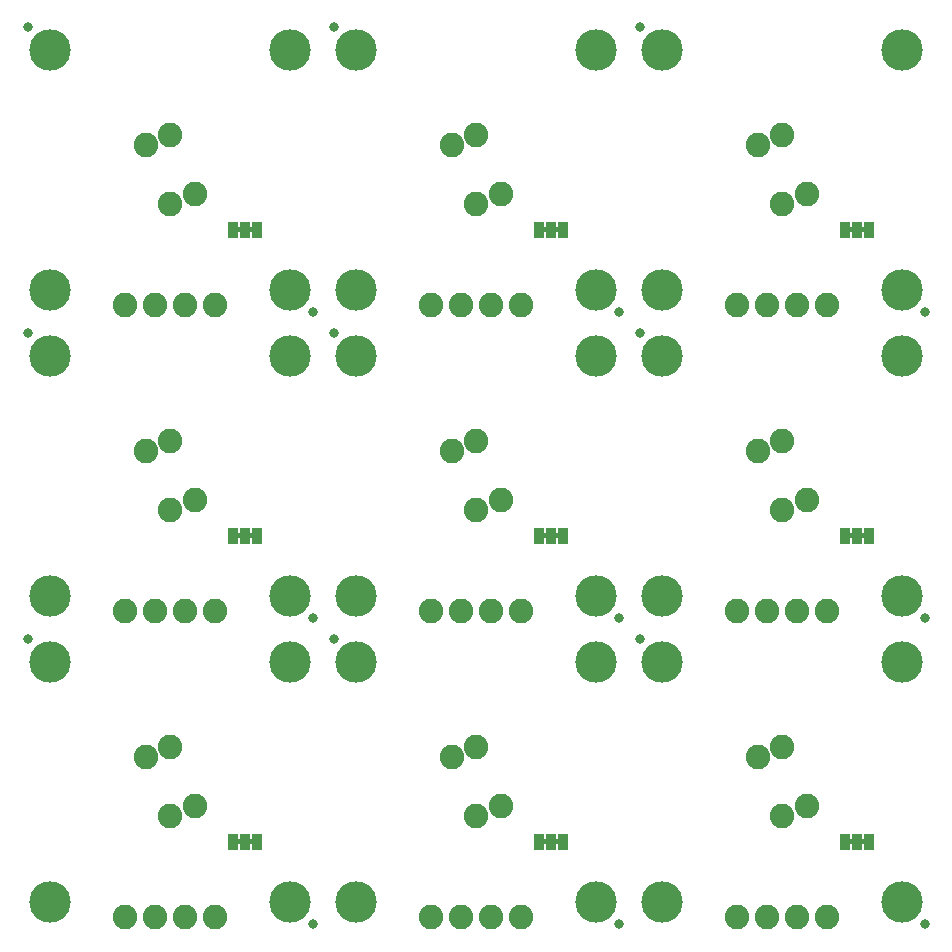
<source format=gbs>
G75*
%MOIN*%
%OFA0B0*%
%FSLAX25Y25*%
%IPPOS*%
%LPD*%
%AMOC8*
5,1,8,0,0,1.08239X$1,22.5*
%
%ADD10C,0.08200*%
%ADD11R,0.03300X0.05800*%
%ADD12C,0.00500*%
%ADD13C,0.08182*%
%ADD14C,0.13800*%
%ADD15C,0.03300*%
D10*
X0063750Y0033750D03*
X0073750Y0033750D03*
X0083750Y0033750D03*
X0093750Y0033750D03*
X0165750Y0033750D03*
X0175750Y0033750D03*
X0185750Y0033750D03*
X0195750Y0033750D03*
X0267750Y0033750D03*
X0277750Y0033750D03*
X0287750Y0033750D03*
X0297750Y0033750D03*
X0297750Y0135750D03*
X0287750Y0135750D03*
X0277750Y0135750D03*
X0267750Y0135750D03*
X0195750Y0135750D03*
X0185750Y0135750D03*
X0175750Y0135750D03*
X0165750Y0135750D03*
X0093750Y0135750D03*
X0083750Y0135750D03*
X0073750Y0135750D03*
X0063750Y0135750D03*
X0063750Y0237750D03*
X0073750Y0237750D03*
X0083750Y0237750D03*
X0093750Y0237750D03*
X0165750Y0237750D03*
X0175750Y0237750D03*
X0185750Y0237750D03*
X0195750Y0237750D03*
X0267750Y0237750D03*
X0277750Y0237750D03*
X0287750Y0237750D03*
X0297750Y0237750D03*
D11*
X0303750Y0262750D03*
X0307750Y0262750D03*
X0311750Y0262750D03*
X0209750Y0262750D03*
X0205750Y0262750D03*
X0201750Y0262750D03*
X0107750Y0262750D03*
X0103750Y0262750D03*
X0099750Y0262750D03*
X0099750Y0160750D03*
X0103750Y0160750D03*
X0107750Y0160750D03*
X0201750Y0160750D03*
X0205750Y0160750D03*
X0209750Y0160750D03*
X0303750Y0160750D03*
X0307750Y0160750D03*
X0311750Y0160750D03*
X0311750Y0058750D03*
X0307750Y0058750D03*
X0303750Y0058750D03*
X0209750Y0058750D03*
X0205750Y0058750D03*
X0201750Y0058750D03*
X0107750Y0058750D03*
X0103750Y0058750D03*
X0099750Y0058750D03*
D12*
X0101000Y0058661D02*
X0106500Y0058661D01*
X0106500Y0058250D02*
X0106500Y0059250D01*
X0101000Y0059250D01*
X0101000Y0058250D01*
X0106500Y0058250D01*
X0106500Y0059159D02*
X0101000Y0059159D01*
X0203000Y0059159D02*
X0208500Y0059159D01*
X0208500Y0059250D02*
X0208500Y0058250D01*
X0203000Y0058250D01*
X0203000Y0059250D01*
X0208500Y0059250D01*
X0208500Y0058661D02*
X0203000Y0058661D01*
X0305000Y0058661D02*
X0310500Y0058661D01*
X0310500Y0058250D02*
X0310500Y0059250D01*
X0305000Y0059250D01*
X0305000Y0058250D01*
X0310500Y0058250D01*
X0310500Y0059159D02*
X0305000Y0059159D01*
X0305000Y0160250D02*
X0310500Y0160250D01*
X0310500Y0161250D01*
X0305000Y0161250D01*
X0305000Y0160250D01*
X0305000Y0160357D02*
X0310500Y0160357D01*
X0310500Y0160855D02*
X0305000Y0160855D01*
X0208500Y0160855D02*
X0203000Y0160855D01*
X0203000Y0161250D02*
X0203000Y0160250D01*
X0208500Y0160250D01*
X0208500Y0161250D01*
X0203000Y0161250D01*
X0203000Y0160357D02*
X0208500Y0160357D01*
X0106500Y0160357D02*
X0101000Y0160357D01*
X0101000Y0160250D02*
X0106500Y0160250D01*
X0106500Y0161250D01*
X0101000Y0161250D01*
X0101000Y0160250D01*
X0101000Y0160855D02*
X0106500Y0160855D01*
X0106500Y0262250D02*
X0101000Y0262250D01*
X0101000Y0263250D01*
X0106500Y0263250D01*
X0106500Y0262250D01*
X0106500Y0262552D02*
X0101000Y0262552D01*
X0101000Y0263050D02*
X0106500Y0263050D01*
X0203000Y0263050D02*
X0208500Y0263050D01*
X0208500Y0263250D02*
X0208500Y0262250D01*
X0203000Y0262250D01*
X0203000Y0263250D01*
X0208500Y0263250D01*
X0208500Y0262552D02*
X0203000Y0262552D01*
X0305000Y0262552D02*
X0310500Y0262552D01*
X0310500Y0262250D02*
X0310500Y0263250D01*
X0305000Y0263250D01*
X0305000Y0262250D01*
X0310500Y0262250D01*
X0310500Y0263050D02*
X0305000Y0263050D01*
D13*
X0290879Y0274621D03*
X0282750Y0271254D03*
X0274621Y0290879D03*
X0282750Y0294246D03*
X0188879Y0274621D03*
X0180750Y0271254D03*
X0172621Y0290879D03*
X0180750Y0294246D03*
X0086879Y0274621D03*
X0078750Y0271254D03*
X0070621Y0290879D03*
X0078750Y0294246D03*
X0078750Y0192246D03*
X0070621Y0188879D03*
X0086879Y0172621D03*
X0078750Y0169254D03*
X0078750Y0090246D03*
X0070621Y0086879D03*
X0086879Y0070621D03*
X0078750Y0067254D03*
X0172621Y0086879D03*
X0180750Y0090246D03*
X0188879Y0070621D03*
X0180750Y0067254D03*
X0274621Y0086879D03*
X0282750Y0090246D03*
X0290879Y0070621D03*
X0282750Y0067254D03*
X0282750Y0169254D03*
X0290879Y0172621D03*
X0282750Y0192246D03*
X0274621Y0188879D03*
X0188879Y0172621D03*
X0180750Y0169254D03*
X0172621Y0188879D03*
X0180750Y0192246D03*
D14*
X0038750Y0038750D03*
X0118750Y0038750D03*
X0140750Y0038750D03*
X0220750Y0038750D03*
X0242750Y0038750D03*
X0322750Y0038750D03*
X0322750Y0118750D03*
X0322750Y0140750D03*
X0242750Y0140750D03*
X0220750Y0140750D03*
X0220750Y0118750D03*
X0242750Y0118750D03*
X0140750Y0118750D03*
X0118750Y0118750D03*
X0118750Y0140750D03*
X0140750Y0140750D03*
X0140750Y0220750D03*
X0140750Y0242750D03*
X0118750Y0242750D03*
X0118750Y0220750D03*
X0038750Y0220750D03*
X0038750Y0242750D03*
X0038750Y0322750D03*
X0118750Y0322750D03*
X0140750Y0322750D03*
X0220750Y0322750D03*
X0242750Y0322750D03*
X0322750Y0322750D03*
X0322750Y0242750D03*
X0322750Y0220750D03*
X0242750Y0220750D03*
X0242750Y0242750D03*
X0220750Y0242750D03*
X0220750Y0220750D03*
X0038750Y0140750D03*
X0038750Y0118750D03*
D15*
X0031250Y0126250D03*
X0126250Y0133250D03*
X0133250Y0126250D03*
X0228250Y0133250D03*
X0235250Y0126250D03*
X0330250Y0133250D03*
X0235250Y0228250D03*
X0228250Y0235250D03*
X0133250Y0228250D03*
X0126250Y0235250D03*
X0031250Y0228250D03*
X0031250Y0330250D03*
X0133250Y0330250D03*
X0235250Y0330250D03*
X0330250Y0235250D03*
X0330250Y0031250D03*
X0228250Y0031250D03*
X0126250Y0031250D03*
M02*

</source>
